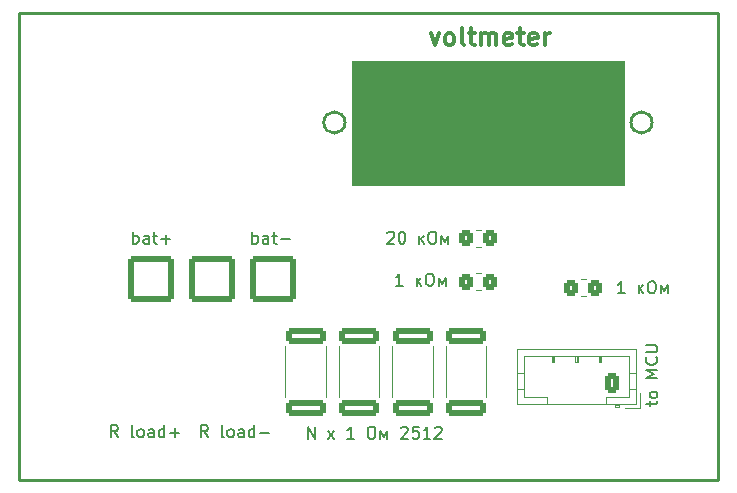
<source format=gbr>
G04 #@! TF.GenerationSoftware,KiCad,Pcbnew,(6.0.0)*
G04 #@! TF.CreationDate,2023-04-26T16:34:12+03:00*
G04 #@! TF.ProjectId,AccLoad,4163634c-6f61-4642-9e6b-696361645f70,rev?*
G04 #@! TF.SameCoordinates,Original*
G04 #@! TF.FileFunction,Legend,Top*
G04 #@! TF.FilePolarity,Positive*
%FSLAX46Y46*%
G04 Gerber Fmt 4.6, Leading zero omitted, Abs format (unit mm)*
G04 Created by KiCad (PCBNEW (6.0.0)) date 2023-04-26 16:34:13*
%MOMM*%
%LPD*%
G01*
G04 APERTURE LIST*
G04 Aperture macros list*
%AMRoundRect*
0 Rectangle with rounded corners*
0 $1 Rounding radius*
0 $2 $3 $4 $5 $6 $7 $8 $9 X,Y pos of 4 corners*
0 Add a 4 corners polygon primitive as box body*
4,1,4,$2,$3,$4,$5,$6,$7,$8,$9,$2,$3,0*
0 Add four circle primitives for the rounded corners*
1,1,$1+$1,$2,$3*
1,1,$1+$1,$4,$5*
1,1,$1+$1,$6,$7*
1,1,$1+$1,$8,$9*
0 Add four rect primitives between the rounded corners*
20,1,$1+$1,$2,$3,$4,$5,0*
20,1,$1+$1,$4,$5,$6,$7,0*
20,1,$1+$1,$6,$7,$8,$9,0*
20,1,$1+$1,$8,$9,$2,$3,0*%
G04 Aperture macros list end*
G04 #@! TA.AperFunction,Profile*
%ADD10C,0.250000*%
G04 #@! TD*
G04 #@! TA.AperFunction,Profile*
%ADD11C,0.100000*%
G04 #@! TD*
%ADD12C,0.300000*%
%ADD13C,0.150000*%
%ADD14C,0.120000*%
%ADD15C,0.200000*%
%ADD16RoundRect,0.249999X-1.425001X0.450001X-1.425001X-0.450001X1.425001X-0.450001X1.425001X0.450001X0*%
%ADD17RoundRect,0.250000X-0.350000X-0.450000X0.350000X-0.450000X0.350000X0.450000X-0.350000X0.450000X0*%
%ADD18RoundRect,0.250002X-1.699998X-1.699998X1.699998X-1.699998X1.699998X1.699998X-1.699998X1.699998X0*%
%ADD19C,2.600000*%
%ADD20C,3.800000*%
%ADD21RoundRect,0.250000X0.350000X0.625000X-0.350000X0.625000X-0.350000X-0.625000X0.350000X-0.625000X0*%
%ADD22O,1.200000X1.750000*%
%ADD23RoundRect,0.250000X0.350000X0.450000X-0.350000X0.450000X-0.350000X-0.450000X0.350000X-0.450000X0*%
G04 APERTURE END LIST*
D10*
X163957000Y-107442000D02*
X163957000Y-67942000D01*
X158357000Y-77192000D02*
G75*
G03*
X158357000Y-77192000I-900000J0D01*
G01*
X163957000Y-67942000D02*
X104757000Y-67942000D01*
X132357000Y-77192000D02*
G75*
G03*
X132357000Y-77192000I-900000J0D01*
G01*
X104757000Y-67942000D02*
X104757000Y-107442000D01*
X104757000Y-107442000D02*
X163957000Y-107442000D01*
D11*
X132958601Y-71943907D02*
X155955736Y-71943907D01*
X155955736Y-71943907D02*
X155955736Y-82447233D01*
X155955736Y-82447233D02*
X132958601Y-82447233D01*
X132958601Y-82447233D02*
X132958601Y-71943907D01*
G36*
X132958601Y-71943907D02*
G01*
X155955736Y-71943907D01*
X155955736Y-82447233D01*
X132958601Y-82447233D01*
X132958601Y-71943907D01*
G37*
D12*
X139599285Y-69652571D02*
X139956428Y-70652571D01*
X140313571Y-69652571D01*
X141099285Y-70652571D02*
X140956428Y-70581142D01*
X140885000Y-70509714D01*
X140813571Y-70366857D01*
X140813571Y-69938285D01*
X140885000Y-69795428D01*
X140956428Y-69724000D01*
X141099285Y-69652571D01*
X141313571Y-69652571D01*
X141456428Y-69724000D01*
X141527857Y-69795428D01*
X141599285Y-69938285D01*
X141599285Y-70366857D01*
X141527857Y-70509714D01*
X141456428Y-70581142D01*
X141313571Y-70652571D01*
X141099285Y-70652571D01*
X142456428Y-70652571D02*
X142313571Y-70581142D01*
X142242142Y-70438285D01*
X142242142Y-69152571D01*
X142813571Y-69652571D02*
X143385000Y-69652571D01*
X143027857Y-69152571D02*
X143027857Y-70438285D01*
X143099285Y-70581142D01*
X143242142Y-70652571D01*
X143385000Y-70652571D01*
X143885000Y-70652571D02*
X143885000Y-69652571D01*
X143885000Y-69795428D02*
X143956428Y-69724000D01*
X144099285Y-69652571D01*
X144313571Y-69652571D01*
X144456428Y-69724000D01*
X144527857Y-69866857D01*
X144527857Y-70652571D01*
X144527857Y-69866857D02*
X144599285Y-69724000D01*
X144742142Y-69652571D01*
X144956428Y-69652571D01*
X145099285Y-69724000D01*
X145170714Y-69866857D01*
X145170714Y-70652571D01*
X146456428Y-70581142D02*
X146313571Y-70652571D01*
X146027857Y-70652571D01*
X145885000Y-70581142D01*
X145813571Y-70438285D01*
X145813571Y-69866857D01*
X145885000Y-69724000D01*
X146027857Y-69652571D01*
X146313571Y-69652571D01*
X146456428Y-69724000D01*
X146527857Y-69866857D01*
X146527857Y-70009714D01*
X145813571Y-70152571D01*
X146956428Y-69652571D02*
X147527857Y-69652571D01*
X147170714Y-69152571D02*
X147170714Y-70438285D01*
X147242142Y-70581142D01*
X147385000Y-70652571D01*
X147527857Y-70652571D01*
X148599285Y-70581142D02*
X148456428Y-70652571D01*
X148170714Y-70652571D01*
X148027857Y-70581142D01*
X147956428Y-70438285D01*
X147956428Y-69866857D01*
X148027857Y-69724000D01*
X148170714Y-69652571D01*
X148456428Y-69652571D01*
X148599285Y-69724000D01*
X148670714Y-69866857D01*
X148670714Y-70009714D01*
X147956428Y-70152571D01*
X149313571Y-70652571D02*
X149313571Y-69652571D01*
X149313571Y-69938285D02*
X149385000Y-69795428D01*
X149456428Y-69724000D01*
X149599285Y-69652571D01*
X149742142Y-69652571D01*
D13*
X156041380Y-91635380D02*
X155469952Y-91635380D01*
X155755666Y-91635380D02*
X155755666Y-90635380D01*
X155660428Y-90778238D01*
X155565190Y-90873476D01*
X155469952Y-90921095D01*
X157231857Y-90968714D02*
X157231857Y-91635380D01*
X157327095Y-91254428D02*
X157612809Y-91635380D01*
X157612809Y-90968714D02*
X157231857Y-91349666D01*
X158231857Y-90635380D02*
X158422333Y-90635380D01*
X158517571Y-90683000D01*
X158612809Y-90778238D01*
X158660428Y-90968714D01*
X158660428Y-91302047D01*
X158612809Y-91492523D01*
X158517571Y-91587761D01*
X158422333Y-91635380D01*
X158231857Y-91635380D01*
X158136619Y-91587761D01*
X158041380Y-91492523D01*
X157993761Y-91302047D01*
X157993761Y-90968714D01*
X158041380Y-90778238D01*
X158136619Y-90683000D01*
X158231857Y-90635380D01*
X159089000Y-91635380D02*
X159089000Y-90968714D01*
X159374714Y-91492523D01*
X159660428Y-90968714D01*
X159660428Y-91635380D01*
X114395581Y-87444380D02*
X114395581Y-86444380D01*
X114395581Y-86825333D02*
X114490819Y-86777714D01*
X114681295Y-86777714D01*
X114776533Y-86825333D01*
X114824152Y-86872952D01*
X114871771Y-86968190D01*
X114871771Y-87253904D01*
X114824152Y-87349142D01*
X114776533Y-87396761D01*
X114681295Y-87444380D01*
X114490819Y-87444380D01*
X114395581Y-87396761D01*
X115728914Y-87444380D02*
X115728914Y-86920571D01*
X115681295Y-86825333D01*
X115586057Y-86777714D01*
X115395581Y-86777714D01*
X115300343Y-86825333D01*
X115728914Y-87396761D02*
X115633676Y-87444380D01*
X115395581Y-87444380D01*
X115300343Y-87396761D01*
X115252724Y-87301523D01*
X115252724Y-87206285D01*
X115300343Y-87111047D01*
X115395581Y-87063428D01*
X115633676Y-87063428D01*
X115728914Y-87015809D01*
X116062248Y-86777714D02*
X116443200Y-86777714D01*
X116205105Y-86444380D02*
X116205105Y-87301523D01*
X116252724Y-87396761D01*
X116347962Y-87444380D01*
X116443200Y-87444380D01*
X116776533Y-87063428D02*
X117538438Y-87063428D01*
X117157486Y-87444380D02*
X117157486Y-86682476D01*
X129213142Y-103954380D02*
X129213142Y-102954380D01*
X129784571Y-103954380D01*
X129784571Y-102954380D01*
X130927428Y-103954380D02*
X131451238Y-103287714D01*
X130927428Y-103287714D02*
X131451238Y-103954380D01*
X133117904Y-103954380D02*
X132546476Y-103954380D01*
X132832190Y-103954380D02*
X132832190Y-102954380D01*
X132736952Y-103097238D01*
X132641714Y-103192476D01*
X132546476Y-103240095D01*
X134498857Y-102954380D02*
X134689333Y-102954380D01*
X134784571Y-103002000D01*
X134879809Y-103097238D01*
X134927428Y-103287714D01*
X134927428Y-103621047D01*
X134879809Y-103811523D01*
X134784571Y-103906761D01*
X134689333Y-103954380D01*
X134498857Y-103954380D01*
X134403619Y-103906761D01*
X134308380Y-103811523D01*
X134260761Y-103621047D01*
X134260761Y-103287714D01*
X134308380Y-103097238D01*
X134403619Y-103002000D01*
X134498857Y-102954380D01*
X135356000Y-103954380D02*
X135356000Y-103287714D01*
X135641714Y-103811523D01*
X135927428Y-103287714D01*
X135927428Y-103954380D01*
X137117904Y-103049619D02*
X137165523Y-103002000D01*
X137260761Y-102954380D01*
X137498857Y-102954380D01*
X137594095Y-103002000D01*
X137641714Y-103049619D01*
X137689333Y-103144857D01*
X137689333Y-103240095D01*
X137641714Y-103382952D01*
X137070285Y-103954380D01*
X137689333Y-103954380D01*
X138594095Y-102954380D02*
X138117904Y-102954380D01*
X138070285Y-103430571D01*
X138117904Y-103382952D01*
X138213142Y-103335333D01*
X138451238Y-103335333D01*
X138546476Y-103382952D01*
X138594095Y-103430571D01*
X138641714Y-103525809D01*
X138641714Y-103763904D01*
X138594095Y-103859142D01*
X138546476Y-103906761D01*
X138451238Y-103954380D01*
X138213142Y-103954380D01*
X138117904Y-103906761D01*
X138070285Y-103859142D01*
X139594095Y-103954380D02*
X139022666Y-103954380D01*
X139308380Y-103954380D02*
X139308380Y-102954380D01*
X139213142Y-103097238D01*
X139117904Y-103192476D01*
X139022666Y-103240095D01*
X139975047Y-103049619D02*
X140022666Y-103002000D01*
X140117904Y-102954380D01*
X140356000Y-102954380D01*
X140451238Y-103002000D01*
X140498857Y-103049619D01*
X140546476Y-103144857D01*
X140546476Y-103240095D01*
X140498857Y-103382952D01*
X139927428Y-103954380D01*
X140546476Y-103954380D01*
X135943761Y-86539619D02*
X135991380Y-86492000D01*
X136086619Y-86444380D01*
X136324714Y-86444380D01*
X136419952Y-86492000D01*
X136467571Y-86539619D01*
X136515190Y-86634857D01*
X136515190Y-86730095D01*
X136467571Y-86872952D01*
X135896142Y-87444380D01*
X136515190Y-87444380D01*
X137134238Y-86444380D02*
X137229476Y-86444380D01*
X137324714Y-86492000D01*
X137372333Y-86539619D01*
X137419952Y-86634857D01*
X137467571Y-86825333D01*
X137467571Y-87063428D01*
X137419952Y-87253904D01*
X137372333Y-87349142D01*
X137324714Y-87396761D01*
X137229476Y-87444380D01*
X137134238Y-87444380D01*
X137039000Y-87396761D01*
X136991380Y-87349142D01*
X136943761Y-87253904D01*
X136896142Y-87063428D01*
X136896142Y-86825333D01*
X136943761Y-86634857D01*
X136991380Y-86539619D01*
X137039000Y-86492000D01*
X137134238Y-86444380D01*
X138658047Y-86777714D02*
X138658047Y-87444380D01*
X138753285Y-87063428D02*
X139039000Y-87444380D01*
X139039000Y-86777714D02*
X138658047Y-87158666D01*
X139658047Y-86444380D02*
X139848523Y-86444380D01*
X139943761Y-86492000D01*
X140039000Y-86587238D01*
X140086619Y-86777714D01*
X140086619Y-87111047D01*
X140039000Y-87301523D01*
X139943761Y-87396761D01*
X139848523Y-87444380D01*
X139658047Y-87444380D01*
X139562809Y-87396761D01*
X139467571Y-87301523D01*
X139419952Y-87111047D01*
X139419952Y-86777714D01*
X139467571Y-86587238D01*
X139562809Y-86492000D01*
X139658047Y-86444380D01*
X140515190Y-87444380D02*
X140515190Y-86777714D01*
X140800904Y-87301523D01*
X141086619Y-86777714D01*
X141086619Y-87444380D01*
X120735476Y-103827380D02*
X120402142Y-103351190D01*
X120164047Y-103827380D02*
X120164047Y-102827380D01*
X120545000Y-102827380D01*
X120640238Y-102875000D01*
X120687857Y-102922619D01*
X120735476Y-103017857D01*
X120735476Y-103160714D01*
X120687857Y-103255952D01*
X120640238Y-103303571D01*
X120545000Y-103351190D01*
X120164047Y-103351190D01*
X122068809Y-103827380D02*
X121973571Y-103779761D01*
X121925952Y-103684523D01*
X121925952Y-102827380D01*
X122592619Y-103827380D02*
X122497380Y-103779761D01*
X122449761Y-103732142D01*
X122402142Y-103636904D01*
X122402142Y-103351190D01*
X122449761Y-103255952D01*
X122497380Y-103208333D01*
X122592619Y-103160714D01*
X122735476Y-103160714D01*
X122830714Y-103208333D01*
X122878333Y-103255952D01*
X122925952Y-103351190D01*
X122925952Y-103636904D01*
X122878333Y-103732142D01*
X122830714Y-103779761D01*
X122735476Y-103827380D01*
X122592619Y-103827380D01*
X123783095Y-103827380D02*
X123783095Y-103303571D01*
X123735476Y-103208333D01*
X123640238Y-103160714D01*
X123449761Y-103160714D01*
X123354523Y-103208333D01*
X123783095Y-103779761D02*
X123687857Y-103827380D01*
X123449761Y-103827380D01*
X123354523Y-103779761D01*
X123306904Y-103684523D01*
X123306904Y-103589285D01*
X123354523Y-103494047D01*
X123449761Y-103446428D01*
X123687857Y-103446428D01*
X123783095Y-103398809D01*
X124687857Y-103827380D02*
X124687857Y-102827380D01*
X124687857Y-103779761D02*
X124592619Y-103827380D01*
X124402142Y-103827380D01*
X124306904Y-103779761D01*
X124259285Y-103732142D01*
X124211666Y-103636904D01*
X124211666Y-103351190D01*
X124259285Y-103255952D01*
X124306904Y-103208333D01*
X124402142Y-103160714D01*
X124592619Y-103160714D01*
X124687857Y-103208333D01*
X125164047Y-103446428D02*
X125925952Y-103446428D01*
X158136714Y-101168047D02*
X158136714Y-100787095D01*
X157803380Y-101025190D02*
X158660523Y-101025190D01*
X158755761Y-100977571D01*
X158803380Y-100882333D01*
X158803380Y-100787095D01*
X158803380Y-100310904D02*
X158755761Y-100406142D01*
X158708142Y-100453761D01*
X158612904Y-100501380D01*
X158327190Y-100501380D01*
X158231952Y-100453761D01*
X158184333Y-100406142D01*
X158136714Y-100310904D01*
X158136714Y-100168047D01*
X158184333Y-100072809D01*
X158231952Y-100025190D01*
X158327190Y-99977571D01*
X158612904Y-99977571D01*
X158708142Y-100025190D01*
X158755761Y-100072809D01*
X158803380Y-100168047D01*
X158803380Y-100310904D01*
X158803380Y-98787095D02*
X157803380Y-98787095D01*
X158517666Y-98453761D01*
X157803380Y-98120428D01*
X158803380Y-98120428D01*
X158708142Y-97072809D02*
X158755761Y-97120428D01*
X158803380Y-97263285D01*
X158803380Y-97358523D01*
X158755761Y-97501380D01*
X158660523Y-97596619D01*
X158565285Y-97644238D01*
X158374809Y-97691857D01*
X158231952Y-97691857D01*
X158041476Y-97644238D01*
X157946238Y-97596619D01*
X157851000Y-97501380D01*
X157803380Y-97358523D01*
X157803380Y-97263285D01*
X157851000Y-97120428D01*
X157898619Y-97072809D01*
X157803380Y-96644238D02*
X158612904Y-96644238D01*
X158708142Y-96596619D01*
X158755761Y-96549000D01*
X158803380Y-96453761D01*
X158803380Y-96263285D01*
X158755761Y-96168047D01*
X158708142Y-96120428D01*
X158612904Y-96072809D01*
X157803380Y-96072809D01*
X137245380Y-91000380D02*
X136673952Y-91000380D01*
X136959666Y-91000380D02*
X136959666Y-90000380D01*
X136864428Y-90143238D01*
X136769190Y-90238476D01*
X136673952Y-90286095D01*
X138435857Y-90333714D02*
X138435857Y-91000380D01*
X138531095Y-90619428D02*
X138816809Y-91000380D01*
X138816809Y-90333714D02*
X138435857Y-90714666D01*
X139435857Y-90000380D02*
X139626333Y-90000380D01*
X139721571Y-90048000D01*
X139816809Y-90143238D01*
X139864428Y-90333714D01*
X139864428Y-90667047D01*
X139816809Y-90857523D01*
X139721571Y-90952761D01*
X139626333Y-91000380D01*
X139435857Y-91000380D01*
X139340619Y-90952761D01*
X139245380Y-90857523D01*
X139197761Y-90667047D01*
X139197761Y-90333714D01*
X139245380Y-90143238D01*
X139340619Y-90048000D01*
X139435857Y-90000380D01*
X140293000Y-91000380D02*
X140293000Y-90333714D01*
X140578714Y-90857523D01*
X140864428Y-90333714D01*
X140864428Y-91000380D01*
X113115476Y-103827380D02*
X112782142Y-103351190D01*
X112544047Y-103827380D02*
X112544047Y-102827380D01*
X112925000Y-102827380D01*
X113020238Y-102875000D01*
X113067857Y-102922619D01*
X113115476Y-103017857D01*
X113115476Y-103160714D01*
X113067857Y-103255952D01*
X113020238Y-103303571D01*
X112925000Y-103351190D01*
X112544047Y-103351190D01*
X114448809Y-103827380D02*
X114353571Y-103779761D01*
X114305952Y-103684523D01*
X114305952Y-102827380D01*
X114972619Y-103827380D02*
X114877380Y-103779761D01*
X114829761Y-103732142D01*
X114782142Y-103636904D01*
X114782142Y-103351190D01*
X114829761Y-103255952D01*
X114877380Y-103208333D01*
X114972619Y-103160714D01*
X115115476Y-103160714D01*
X115210714Y-103208333D01*
X115258333Y-103255952D01*
X115305952Y-103351190D01*
X115305952Y-103636904D01*
X115258333Y-103732142D01*
X115210714Y-103779761D01*
X115115476Y-103827380D01*
X114972619Y-103827380D01*
X116163095Y-103827380D02*
X116163095Y-103303571D01*
X116115476Y-103208333D01*
X116020238Y-103160714D01*
X115829761Y-103160714D01*
X115734523Y-103208333D01*
X116163095Y-103779761D02*
X116067857Y-103827380D01*
X115829761Y-103827380D01*
X115734523Y-103779761D01*
X115686904Y-103684523D01*
X115686904Y-103589285D01*
X115734523Y-103494047D01*
X115829761Y-103446428D01*
X116067857Y-103446428D01*
X116163095Y-103398809D01*
X117067857Y-103827380D02*
X117067857Y-102827380D01*
X117067857Y-103779761D02*
X116972619Y-103827380D01*
X116782142Y-103827380D01*
X116686904Y-103779761D01*
X116639285Y-103732142D01*
X116591666Y-103636904D01*
X116591666Y-103351190D01*
X116639285Y-103255952D01*
X116686904Y-103208333D01*
X116782142Y-103160714D01*
X116972619Y-103160714D01*
X117067857Y-103208333D01*
X117544047Y-103446428D02*
X118305952Y-103446428D01*
X117925000Y-103827380D02*
X117925000Y-103065476D01*
X124521571Y-87444380D02*
X124521571Y-86444380D01*
X124521571Y-86825333D02*
X124616809Y-86777714D01*
X124807285Y-86777714D01*
X124902523Y-86825333D01*
X124950142Y-86872952D01*
X124997761Y-86968190D01*
X124997761Y-87253904D01*
X124950142Y-87349142D01*
X124902523Y-87396761D01*
X124807285Y-87444380D01*
X124616809Y-87444380D01*
X124521571Y-87396761D01*
X125854904Y-87444380D02*
X125854904Y-86920571D01*
X125807285Y-86825333D01*
X125712047Y-86777714D01*
X125521571Y-86777714D01*
X125426333Y-86825333D01*
X125854904Y-87396761D02*
X125759666Y-87444380D01*
X125521571Y-87444380D01*
X125426333Y-87396761D01*
X125378714Y-87301523D01*
X125378714Y-87206285D01*
X125426333Y-87111047D01*
X125521571Y-87063428D01*
X125759666Y-87063428D01*
X125854904Y-87015809D01*
X126188238Y-86777714D02*
X126569190Y-86777714D01*
X126331095Y-86444380D02*
X126331095Y-87301523D01*
X126378714Y-87396761D01*
X126473952Y-87444380D01*
X126569190Y-87444380D01*
X126902523Y-87063428D02*
X127664428Y-87063428D01*
D14*
X139783334Y-96119936D02*
X139783334Y-100474064D01*
X136363334Y-96119936D02*
X136363334Y-100474064D01*
X152297936Y-91918000D02*
X152752064Y-91918000D01*
X152297936Y-90448000D02*
X152752064Y-90448000D01*
X130724000Y-96119936D02*
X130724000Y-100474064D01*
X127304000Y-96119936D02*
X127304000Y-100474064D01*
X143407936Y-87727000D02*
X143862064Y-87727000D01*
X143407936Y-86257000D02*
X143862064Y-86257000D01*
X150056102Y-96942699D02*
X150056102Y-97442699D01*
X155256102Y-101052699D02*
X155256102Y-101252699D01*
X146896102Y-96332699D02*
X146896102Y-101052699D01*
X149956102Y-96942699D02*
X149956102Y-97442699D01*
X155256102Y-101252699D02*
X155556102Y-101252699D01*
X154056102Y-96942699D02*
X154056102Y-97442699D01*
X156406102Y-100442699D02*
X156406102Y-96942699D01*
X153956102Y-96942699D02*
X153956102Y-97442699D01*
X153856102Y-97442699D02*
X153856102Y-96942699D01*
X157016102Y-99742699D02*
X156406102Y-99742699D01*
X146896102Y-101052699D02*
X157016102Y-101052699D01*
X147506102Y-100442699D02*
X149456102Y-100442699D01*
X156066102Y-101352699D02*
X157316102Y-101352699D01*
X149856102Y-97442699D02*
X149856102Y-96942699D01*
X157016102Y-96332699D02*
X146896102Y-96332699D01*
X146896102Y-99742699D02*
X147506102Y-99742699D01*
X149456102Y-100442699D02*
X149456102Y-101052699D01*
X157016102Y-98442699D02*
X156406102Y-98442699D01*
X156406102Y-96942699D02*
X147506102Y-96942699D01*
X151856102Y-97442699D02*
X151856102Y-96942699D01*
X157016102Y-101052699D02*
X157016102Y-96332699D01*
X150056102Y-97442699D02*
X149856102Y-97442699D01*
X154456102Y-101052699D02*
X154456102Y-100442699D01*
X152056102Y-96942699D02*
X152056102Y-97442699D01*
X147506102Y-96942699D02*
X147506102Y-100442699D01*
X151956102Y-96942699D02*
X151956102Y-97442699D01*
X146896102Y-98442699D02*
X147506102Y-98442699D01*
X155556102Y-101252699D02*
X155556102Y-101052699D01*
X152056102Y-97442699D02*
X151856102Y-97442699D01*
X155256102Y-101152699D02*
X155556102Y-101152699D01*
X157316102Y-101352699D02*
X157316102Y-100102699D01*
X154456102Y-100442699D02*
X156406102Y-100442699D01*
X154056102Y-97442699D02*
X153856102Y-97442699D01*
X143862064Y-91410000D02*
X143407936Y-91410000D01*
X143862064Y-89940000D02*
X143407936Y-89940000D01*
X144313000Y-96119936D02*
X144313000Y-100474064D01*
X140893000Y-96119936D02*
X140893000Y-100474064D01*
X131833668Y-96119936D02*
X131833668Y-100474064D01*
X135253668Y-96119936D02*
X135253668Y-100474064D01*
%LPC*%
D15*
X130411000Y-94739000D02*
X127744000Y-94739000D01*
X127744000Y-94739000D02*
X127744000Y-89659000D01*
X127744000Y-89659000D02*
X130411000Y-89659000D01*
X130411000Y-89659000D02*
X130411000Y-94739000D01*
G36*
X130411000Y-94739000D02*
G01*
X127744000Y-94739000D01*
X127744000Y-89659000D01*
X130411000Y-89659000D01*
X130411000Y-94739000D01*
G37*
X114790000Y-92389500D02*
X117203000Y-92389500D01*
X117203000Y-92389500D02*
X117203000Y-97850500D01*
X117203000Y-97850500D02*
X114790000Y-97850500D01*
X114790000Y-97850500D02*
X114790000Y-92389500D01*
G36*
X114790000Y-92389500D02*
G01*
X117203000Y-92389500D01*
X117203000Y-97850500D01*
X114790000Y-97850500D01*
X114790000Y-92389500D01*
G37*
X143873000Y-102613000D02*
X121267000Y-102613000D01*
X121267000Y-102613000D02*
X121267000Y-100835000D01*
X121267000Y-100835000D02*
X143873000Y-100835000D01*
X143873000Y-100835000D02*
X143873000Y-102613000D01*
G36*
X143873000Y-102613000D02*
G01*
X121267000Y-102613000D01*
X121267000Y-100835000D01*
X143873000Y-100835000D01*
X143873000Y-102613000D01*
G37*
X127871000Y-95374000D02*
X143873000Y-95374000D01*
X143873000Y-95374000D02*
X143873000Y-93850000D01*
X143873000Y-93850000D02*
X127871000Y-93850000D01*
X127871000Y-93850000D02*
X127871000Y-95374000D01*
G36*
X127871000Y-95374000D02*
G01*
X143873000Y-95374000D01*
X143873000Y-93850000D01*
X127871000Y-93850000D01*
X127871000Y-95374000D01*
G37*
D16*
X138073334Y-95247000D03*
X138073334Y-101347000D03*
D17*
X151525000Y-91183000D03*
X153525000Y-91183000D03*
D18*
X115967010Y-90445548D03*
D16*
X129014000Y-95247000D03*
X129014000Y-101347000D03*
D17*
X142635000Y-86992000D03*
X144635000Y-86992000D03*
D19*
X122664000Y-99311000D03*
D20*
X122664000Y-99311000D03*
D21*
X154956102Y-99242699D03*
D22*
X152956102Y-99242699D03*
X150956102Y-99242699D03*
X148956102Y-99242699D03*
D23*
X144635000Y-90675000D03*
X142635000Y-90675000D03*
D19*
X115933000Y-99184000D03*
D20*
X115933000Y-99184000D03*
D16*
X142603000Y-95247000D03*
X142603000Y-101347000D03*
X133543668Y-95247000D03*
X133543668Y-101347000D03*
D18*
X121134109Y-90437019D03*
X126257189Y-90445044D03*
M02*

</source>
